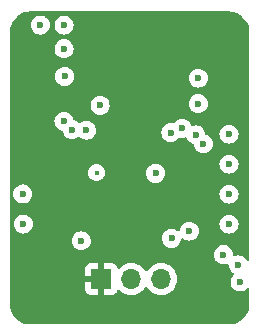
<source format=gbr>
%TF.GenerationSoftware,KiCad,Pcbnew,8.0.4*%
%TF.CreationDate,2025-01-29T23:36:48-05:00*%
%TF.ProjectId,Raidillon,52616964-696c-46c6-9f6e-2e6b69636164,rev?*%
%TF.SameCoordinates,Original*%
%TF.FileFunction,Copper,L3,Inr*%
%TF.FilePolarity,Positive*%
%FSLAX46Y46*%
G04 Gerber Fmt 4.6, Leading zero omitted, Abs format (unit mm)*
G04 Created by KiCad (PCBNEW 8.0.4) date 2025-01-29 23:36:48*
%MOMM*%
%LPD*%
G01*
G04 APERTURE LIST*
%TA.AperFunction,ComponentPad*%
%ADD10R,1.700000X1.700000*%
%TD*%
%TA.AperFunction,ComponentPad*%
%ADD11O,1.700000X1.700000*%
%TD*%
%TA.AperFunction,ViaPad*%
%ADD12C,0.600000*%
%TD*%
%TA.AperFunction,ViaPad*%
%ADD13C,0.450000*%
%TD*%
G04 APERTURE END LIST*
D10*
%TO.N,GND*%
%TO.C,J2*%
X108000000Y-122900000D03*
D11*
%TO.N,+BATT_FUSED*%
X110540000Y-122900000D03*
%TO.N,/MCU/PWM*%
X113080000Y-122900000D03*
%TD*%
D12*
%TO.N,+BATT*%
X104842976Y-109546000D03*
X105550000Y-110250000D03*
X106750000Y-110300000D03*
%TO.N,+3.3V*%
X116212500Y-105900000D03*
X102850000Y-101400000D03*
X116212500Y-108060000D03*
%TO.N,GND*%
X119650000Y-101150000D03*
X107050000Y-103200000D03*
X107800000Y-117350000D03*
X101400000Y-125800000D03*
X110650000Y-115950000D03*
X113600000Y-103050000D03*
X107850000Y-116200000D03*
X101100000Y-121900000D03*
X115250000Y-124000000D03*
X106000000Y-116200000D03*
X106010000Y-108353000D03*
X117050000Y-120800000D03*
X115500000Y-120500000D03*
X106750000Y-126200000D03*
X110800000Y-105450000D03*
X106000000Y-117350000D03*
X111100000Y-111750000D03*
X113700000Y-126250000D03*
X107300000Y-101600000D03*
X110450000Y-103250000D03*
X119700000Y-105600000D03*
X115750000Y-121950000D03*
X120000000Y-124250000D03*
X101250000Y-101300000D03*
X106900000Y-116200000D03*
X116200000Y-101700000D03*
X114950000Y-113800000D03*
X110350000Y-126200000D03*
X112675000Y-108200000D03*
X114950000Y-117600000D03*
X120000000Y-120100000D03*
X106600000Y-108650000D03*
X106900000Y-117350000D03*
X112800000Y-105600000D03*
X112300000Y-117450000D03*
X105950000Y-111450000D03*
%TO.N,/MCU/PWM*%
X118815000Y-118260000D03*
%TO.N,/VMON*%
X112600000Y-113950000D03*
D13*
X107600000Y-113900000D03*
D12*
%TO.N,/IMON*%
X106315000Y-119675000D03*
%TO.N,/MCU/INT1_ACCEL*%
X114850000Y-110150000D03*
X101400000Y-118250000D03*
%TO.N,/MCU/CS_ACCEL*%
X116650000Y-111450000D03*
X104900000Y-105750000D03*
%TO.N,/MCU/INT_BARO*%
X119750000Y-123150000D03*
X115450000Y-118850000D03*
%TO.N,/MCU/INT2_ACCEL*%
X113900000Y-110500000D03*
X101350000Y-115700000D03*
%TO.N,/MCU/CS_BARO*%
X113950000Y-119450000D03*
X107900000Y-108200000D03*
X119600000Y-121700000D03*
X104850000Y-103400000D03*
%TO.N,/MCU/MOSI*%
X118815000Y-110640000D03*
%TO.N,/MCU/MISO*%
X118815000Y-113180000D03*
X118350000Y-120850000D03*
%TO.N,/MCU/CLK*%
X118815000Y-115720000D03*
X116000000Y-110700000D03*
%TO.N,/MCU/CHIP_EN*%
X104850000Y-101400000D03*
%TD*%
%TA.AperFunction,Conductor*%
%TO.N,GND*%
G36*
X118804418Y-100250816D02*
G01*
X119040140Y-100267674D01*
X119057641Y-100270191D01*
X119284229Y-100319482D01*
X119301188Y-100324461D01*
X119438672Y-100375740D01*
X119518462Y-100405501D01*
X119534555Y-100412851D01*
X119738068Y-100523977D01*
X119752951Y-100533542D01*
X119938579Y-100672501D01*
X119951950Y-100684087D01*
X120115912Y-100848049D01*
X120127498Y-100861420D01*
X120266457Y-101047048D01*
X120276022Y-101061931D01*
X120387148Y-101265444D01*
X120394498Y-101281537D01*
X120475535Y-101498803D01*
X120480519Y-101515779D01*
X120529807Y-101742352D01*
X120532325Y-101759864D01*
X120549184Y-101995581D01*
X120549500Y-102004427D01*
X120549500Y-121276097D01*
X120529815Y-121343136D01*
X120477011Y-121388891D01*
X120407853Y-121398835D01*
X120344297Y-121369810D01*
X120320507Y-121342070D01*
X120229817Y-121197739D01*
X120102262Y-121070184D01*
X119949523Y-120974211D01*
X119779254Y-120914631D01*
X119779249Y-120914630D01*
X119600004Y-120894435D01*
X119599996Y-120894435D01*
X119420750Y-120914630D01*
X119420742Y-120914632D01*
X119319394Y-120950095D01*
X119249615Y-120953656D01*
X119188988Y-120918927D01*
X119156761Y-120856933D01*
X119155220Y-120846936D01*
X119135369Y-120670750D01*
X119135368Y-120670745D01*
X119075788Y-120500476D01*
X119013150Y-120400789D01*
X118979816Y-120347738D01*
X118852262Y-120220184D01*
X118699523Y-120124211D01*
X118529254Y-120064631D01*
X118529249Y-120064630D01*
X118350004Y-120044435D01*
X118349996Y-120044435D01*
X118170750Y-120064630D01*
X118170745Y-120064631D01*
X118000476Y-120124211D01*
X117847737Y-120220184D01*
X117720184Y-120347737D01*
X117624211Y-120500476D01*
X117564631Y-120670745D01*
X117564630Y-120670750D01*
X117544435Y-120849996D01*
X117544435Y-120850003D01*
X117564630Y-121029249D01*
X117564631Y-121029254D01*
X117624211Y-121199523D01*
X117672326Y-121276097D01*
X117720184Y-121352262D01*
X117847738Y-121479816D01*
X117877615Y-121498589D01*
X117983208Y-121564938D01*
X118000478Y-121575789D01*
X118144250Y-121626097D01*
X118170745Y-121635368D01*
X118170750Y-121635369D01*
X118349996Y-121655565D01*
X118350000Y-121655565D01*
X118350004Y-121655565D01*
X118529249Y-121635369D01*
X118529251Y-121635368D01*
X118529255Y-121635368D01*
X118529258Y-121635366D01*
X118529262Y-121635366D01*
X118630604Y-121599905D01*
X118700383Y-121596343D01*
X118761010Y-121631071D01*
X118793238Y-121693065D01*
X118794779Y-121703062D01*
X118814630Y-121879250D01*
X118814631Y-121879254D01*
X118874211Y-122049523D01*
X118879494Y-122057930D01*
X118970184Y-122202262D01*
X119097738Y-122329816D01*
X119175107Y-122378430D01*
X119221398Y-122430765D01*
X119232046Y-122499818D01*
X119203671Y-122563667D01*
X119196817Y-122571105D01*
X119120183Y-122647739D01*
X119024211Y-122800476D01*
X118964631Y-122970745D01*
X118964630Y-122970750D01*
X118944435Y-123149996D01*
X118944435Y-123150000D01*
X118964630Y-123329249D01*
X118964631Y-123329254D01*
X119024211Y-123499523D01*
X119120184Y-123652262D01*
X119247738Y-123779816D01*
X119287174Y-123804595D01*
X119371178Y-123857379D01*
X119400478Y-123875789D01*
X119570745Y-123935368D01*
X119570750Y-123935369D01*
X119749996Y-123955565D01*
X119750000Y-123955565D01*
X119750004Y-123955565D01*
X119929249Y-123935369D01*
X119929252Y-123935368D01*
X119929255Y-123935368D01*
X120099522Y-123875789D01*
X120252262Y-123779816D01*
X120337819Y-123694259D01*
X120399142Y-123660774D01*
X120468834Y-123665758D01*
X120524767Y-123707630D01*
X120549184Y-123773094D01*
X120549500Y-123781940D01*
X120549500Y-124995572D01*
X120549184Y-125004418D01*
X120532325Y-125240135D01*
X120529807Y-125257647D01*
X120480519Y-125484220D01*
X120475535Y-125501196D01*
X120394498Y-125718462D01*
X120387148Y-125734555D01*
X120276022Y-125938068D01*
X120266457Y-125952951D01*
X120127498Y-126138579D01*
X120115912Y-126151950D01*
X119951950Y-126315912D01*
X119938579Y-126327498D01*
X119752951Y-126466457D01*
X119738068Y-126476022D01*
X119534555Y-126587148D01*
X119518462Y-126594498D01*
X119301196Y-126675535D01*
X119284220Y-126680519D01*
X119057647Y-126729807D01*
X119040135Y-126732325D01*
X118804418Y-126749184D01*
X118795572Y-126749500D01*
X102004428Y-126749500D01*
X101995582Y-126749184D01*
X101759864Y-126732325D01*
X101742352Y-126729807D01*
X101515779Y-126680519D01*
X101498803Y-126675535D01*
X101281537Y-126594498D01*
X101265444Y-126587148D01*
X101061931Y-126476022D01*
X101047048Y-126466457D01*
X100861420Y-126327498D01*
X100848049Y-126315912D01*
X100684087Y-126151950D01*
X100672501Y-126138579D01*
X100533542Y-125952951D01*
X100523977Y-125938068D01*
X100412851Y-125734555D01*
X100405501Y-125718462D01*
X100375740Y-125638672D01*
X100324461Y-125501188D01*
X100319482Y-125484229D01*
X100270191Y-125257641D01*
X100267674Y-125240135D01*
X100250816Y-125004418D01*
X100250500Y-124995572D01*
X100250500Y-122002155D01*
X106650000Y-122002155D01*
X106650000Y-122650000D01*
X107566988Y-122650000D01*
X107534075Y-122707007D01*
X107500000Y-122834174D01*
X107500000Y-122965826D01*
X107534075Y-123092993D01*
X107566988Y-123150000D01*
X106650000Y-123150000D01*
X106650000Y-123797844D01*
X106656401Y-123857372D01*
X106656403Y-123857379D01*
X106706645Y-123992086D01*
X106706649Y-123992093D01*
X106792809Y-124107187D01*
X106792812Y-124107190D01*
X106907906Y-124193350D01*
X106907913Y-124193354D01*
X107042620Y-124243596D01*
X107042627Y-124243598D01*
X107102155Y-124249999D01*
X107102172Y-124250000D01*
X107750000Y-124250000D01*
X107750000Y-123333012D01*
X107807007Y-123365925D01*
X107934174Y-123400000D01*
X108065826Y-123400000D01*
X108192993Y-123365925D01*
X108250000Y-123333012D01*
X108250000Y-124250000D01*
X108897828Y-124250000D01*
X108897844Y-124249999D01*
X108957372Y-124243598D01*
X108957379Y-124243596D01*
X109092086Y-124193354D01*
X109092093Y-124193350D01*
X109207187Y-124107190D01*
X109207190Y-124107187D01*
X109293350Y-123992093D01*
X109293354Y-123992086D01*
X109342422Y-123860529D01*
X109384293Y-123804595D01*
X109449757Y-123780178D01*
X109518030Y-123795030D01*
X109546285Y-123816181D01*
X109668599Y-123938495D01*
X109745135Y-123992086D01*
X109862165Y-124074032D01*
X109862167Y-124074033D01*
X109862170Y-124074035D01*
X110076337Y-124173903D01*
X110304592Y-124235063D01*
X110475319Y-124250000D01*
X110539999Y-124255659D01*
X110540000Y-124255659D01*
X110540001Y-124255659D01*
X110604681Y-124250000D01*
X110775408Y-124235063D01*
X111003663Y-124173903D01*
X111217830Y-124074035D01*
X111411401Y-123938495D01*
X111578495Y-123771401D01*
X111708425Y-123585842D01*
X111763002Y-123542217D01*
X111832500Y-123535023D01*
X111894855Y-123566546D01*
X111911575Y-123585842D01*
X112041500Y-123771395D01*
X112041505Y-123771401D01*
X112208599Y-123938495D01*
X112285135Y-123992086D01*
X112402165Y-124074032D01*
X112402167Y-124074033D01*
X112402170Y-124074035D01*
X112616337Y-124173903D01*
X112844592Y-124235063D01*
X113015319Y-124250000D01*
X113079999Y-124255659D01*
X113080000Y-124255659D01*
X113080001Y-124255659D01*
X113144681Y-124250000D01*
X113315408Y-124235063D01*
X113543663Y-124173903D01*
X113757830Y-124074035D01*
X113951401Y-123938495D01*
X114118495Y-123771401D01*
X114254035Y-123577830D01*
X114353903Y-123363663D01*
X114415063Y-123135408D01*
X114435659Y-122900000D01*
X114415063Y-122664592D01*
X114353903Y-122436337D01*
X114254035Y-122222171D01*
X114248425Y-122214158D01*
X114118494Y-122028597D01*
X113951402Y-121861506D01*
X113951395Y-121861501D01*
X113757834Y-121725967D01*
X113757830Y-121725965D01*
X113686727Y-121692809D01*
X113543663Y-121626097D01*
X113543659Y-121626096D01*
X113543655Y-121626094D01*
X113315413Y-121564938D01*
X113315403Y-121564936D01*
X113080001Y-121544341D01*
X113079999Y-121544341D01*
X112844596Y-121564936D01*
X112844586Y-121564938D01*
X112616344Y-121626094D01*
X112616335Y-121626098D01*
X112402171Y-121725964D01*
X112402169Y-121725965D01*
X112208597Y-121861505D01*
X112041505Y-122028597D01*
X111911575Y-122214158D01*
X111856998Y-122257783D01*
X111787500Y-122264977D01*
X111725145Y-122233454D01*
X111708425Y-122214158D01*
X111578494Y-122028597D01*
X111411402Y-121861506D01*
X111411395Y-121861501D01*
X111217834Y-121725967D01*
X111217830Y-121725965D01*
X111146727Y-121692809D01*
X111003663Y-121626097D01*
X111003659Y-121626096D01*
X111003655Y-121626094D01*
X110775413Y-121564938D01*
X110775403Y-121564936D01*
X110540001Y-121544341D01*
X110539999Y-121544341D01*
X110304596Y-121564936D01*
X110304586Y-121564938D01*
X110076344Y-121626094D01*
X110076335Y-121626098D01*
X109862171Y-121725964D01*
X109862169Y-121725965D01*
X109668600Y-121861503D01*
X109546284Y-121983819D01*
X109484961Y-122017303D01*
X109415269Y-122012319D01*
X109359336Y-121970447D01*
X109342421Y-121939470D01*
X109293354Y-121807913D01*
X109293350Y-121807906D01*
X109207190Y-121692812D01*
X109207187Y-121692809D01*
X109092093Y-121606649D01*
X109092086Y-121606645D01*
X108957379Y-121556403D01*
X108957372Y-121556401D01*
X108897844Y-121550000D01*
X108250000Y-121550000D01*
X108250000Y-122466988D01*
X108192993Y-122434075D01*
X108065826Y-122400000D01*
X107934174Y-122400000D01*
X107807007Y-122434075D01*
X107750000Y-122466988D01*
X107750000Y-121550000D01*
X107102155Y-121550000D01*
X107042627Y-121556401D01*
X107042620Y-121556403D01*
X106907913Y-121606645D01*
X106907906Y-121606649D01*
X106792812Y-121692809D01*
X106792809Y-121692812D01*
X106706649Y-121807906D01*
X106706645Y-121807913D01*
X106656403Y-121942620D01*
X106656401Y-121942627D01*
X106650000Y-122002155D01*
X100250500Y-122002155D01*
X100250500Y-119674996D01*
X105509435Y-119674996D01*
X105509435Y-119675003D01*
X105529630Y-119854249D01*
X105529631Y-119854254D01*
X105589211Y-120024523D01*
X105651850Y-120124211D01*
X105685184Y-120177262D01*
X105812738Y-120304816D01*
X105965478Y-120400789D01*
X106135745Y-120460368D01*
X106135750Y-120460369D01*
X106314996Y-120480565D01*
X106315000Y-120480565D01*
X106315004Y-120480565D01*
X106494249Y-120460369D01*
X106494252Y-120460368D01*
X106494255Y-120460368D01*
X106664522Y-120400789D01*
X106817262Y-120304816D01*
X106944816Y-120177262D01*
X107040789Y-120024522D01*
X107100368Y-119854255D01*
X107120565Y-119675000D01*
X107118375Y-119655565D01*
X107100369Y-119495750D01*
X107100368Y-119495745D01*
X107086363Y-119455721D01*
X107084360Y-119449996D01*
X113144435Y-119449996D01*
X113144435Y-119450003D01*
X113164630Y-119629249D01*
X113164631Y-119629254D01*
X113224211Y-119799523D01*
X113258598Y-119854249D01*
X113320184Y-119952262D01*
X113447738Y-120079816D01*
X113600478Y-120175789D01*
X113604688Y-120177262D01*
X113770745Y-120235368D01*
X113770750Y-120235369D01*
X113949996Y-120255565D01*
X113950000Y-120255565D01*
X113950004Y-120255565D01*
X114129249Y-120235369D01*
X114129252Y-120235368D01*
X114129255Y-120235368D01*
X114299522Y-120175789D01*
X114452262Y-120079816D01*
X114579816Y-119952262D01*
X114675789Y-119799522D01*
X114735368Y-119629255D01*
X114743206Y-119559691D01*
X114770272Y-119495276D01*
X114827866Y-119455721D01*
X114897703Y-119453582D01*
X114943743Y-119476629D01*
X114947731Y-119479809D01*
X114947738Y-119479816D01*
X115100478Y-119575789D01*
X115253258Y-119629249D01*
X115270745Y-119635368D01*
X115270750Y-119635369D01*
X115449996Y-119655565D01*
X115450000Y-119655565D01*
X115450004Y-119655565D01*
X115629249Y-119635369D01*
X115629252Y-119635368D01*
X115629255Y-119635368D01*
X115799522Y-119575789D01*
X115952262Y-119479816D01*
X116079816Y-119352262D01*
X116175789Y-119199522D01*
X116235368Y-119029255D01*
X116235369Y-119029249D01*
X116255565Y-118850003D01*
X116255565Y-118849996D01*
X116235369Y-118670750D01*
X116235368Y-118670745D01*
X116175788Y-118500476D01*
X116079815Y-118347737D01*
X115992074Y-118259996D01*
X118009435Y-118259996D01*
X118009435Y-118260003D01*
X118029630Y-118439249D01*
X118029631Y-118439254D01*
X118089211Y-118609523D01*
X118127683Y-118670750D01*
X118185184Y-118762262D01*
X118312738Y-118889816D01*
X118403080Y-118946582D01*
X118449561Y-118975788D01*
X118465478Y-118985789D01*
X118635219Y-119045184D01*
X118635745Y-119045368D01*
X118635750Y-119045369D01*
X118814996Y-119065565D01*
X118815000Y-119065565D01*
X118815004Y-119065565D01*
X118994249Y-119045369D01*
X118994252Y-119045368D01*
X118994255Y-119045368D01*
X119164522Y-118985789D01*
X119317262Y-118889816D01*
X119444816Y-118762262D01*
X119540789Y-118609522D01*
X119600368Y-118439255D01*
X119601495Y-118429254D01*
X119620565Y-118260003D01*
X119620565Y-118259996D01*
X119600369Y-118080750D01*
X119600368Y-118080745D01*
X119540788Y-117910476D01*
X119444815Y-117757737D01*
X119317262Y-117630184D01*
X119164523Y-117534211D01*
X118994254Y-117474631D01*
X118994249Y-117474630D01*
X118815004Y-117454435D01*
X118814996Y-117454435D01*
X118635750Y-117474630D01*
X118635745Y-117474631D01*
X118465476Y-117534211D01*
X118312737Y-117630184D01*
X118185184Y-117757737D01*
X118089211Y-117910476D01*
X118029631Y-118080745D01*
X118029630Y-118080750D01*
X118009435Y-118259996D01*
X115992074Y-118259996D01*
X115952262Y-118220184D01*
X115799523Y-118124211D01*
X115629254Y-118064631D01*
X115629249Y-118064630D01*
X115450004Y-118044435D01*
X115449996Y-118044435D01*
X115270750Y-118064630D01*
X115270745Y-118064631D01*
X115100476Y-118124211D01*
X114947737Y-118220184D01*
X114820184Y-118347737D01*
X114724211Y-118500476D01*
X114664631Y-118670745D01*
X114664630Y-118670749D01*
X114656793Y-118740310D01*
X114629726Y-118804724D01*
X114572131Y-118844279D01*
X114502294Y-118846416D01*
X114456257Y-118823371D01*
X114452258Y-118820181D01*
X114299523Y-118724211D01*
X114129254Y-118664631D01*
X114129249Y-118664630D01*
X113950004Y-118644435D01*
X113949996Y-118644435D01*
X113770750Y-118664630D01*
X113770745Y-118664631D01*
X113600476Y-118724211D01*
X113447737Y-118820184D01*
X113320184Y-118947737D01*
X113224211Y-119100476D01*
X113164631Y-119270745D01*
X113164630Y-119270750D01*
X113144435Y-119449996D01*
X107084360Y-119449996D01*
X107040789Y-119325478D01*
X106944816Y-119172738D01*
X106817262Y-119045184D01*
X106791902Y-119029249D01*
X106664523Y-118949211D01*
X106494254Y-118889631D01*
X106494249Y-118889630D01*
X106315004Y-118869435D01*
X106314996Y-118869435D01*
X106135750Y-118889630D01*
X106135745Y-118889631D01*
X105965476Y-118949211D01*
X105812737Y-119045184D01*
X105685184Y-119172737D01*
X105589211Y-119325476D01*
X105529631Y-119495745D01*
X105529630Y-119495750D01*
X105509435Y-119674996D01*
X100250500Y-119674996D01*
X100250500Y-118249996D01*
X100594435Y-118249996D01*
X100594435Y-118250003D01*
X100614630Y-118429249D01*
X100614631Y-118429254D01*
X100674211Y-118599523D01*
X100752558Y-118724211D01*
X100770184Y-118752262D01*
X100897738Y-118879816D01*
X100913653Y-118889816D01*
X101005833Y-118947737D01*
X101050478Y-118975789D01*
X101203258Y-119029249D01*
X101220745Y-119035368D01*
X101220750Y-119035369D01*
X101399996Y-119055565D01*
X101400000Y-119055565D01*
X101400004Y-119055565D01*
X101579249Y-119035369D01*
X101579252Y-119035368D01*
X101579255Y-119035368D01*
X101749522Y-118975789D01*
X101902262Y-118879816D01*
X102029816Y-118752262D01*
X102125789Y-118599522D01*
X102185368Y-118429255D01*
X102204438Y-118260003D01*
X102205565Y-118250003D01*
X102205565Y-118249996D01*
X102185369Y-118070750D01*
X102185368Y-118070745D01*
X102125788Y-117900476D01*
X102036099Y-117757738D01*
X102029816Y-117747738D01*
X101902262Y-117620184D01*
X101749523Y-117524211D01*
X101579254Y-117464631D01*
X101579249Y-117464630D01*
X101400004Y-117444435D01*
X101399996Y-117444435D01*
X101220750Y-117464630D01*
X101220745Y-117464631D01*
X101050476Y-117524211D01*
X100897737Y-117620184D01*
X100770184Y-117747737D01*
X100674211Y-117900476D01*
X100614631Y-118070745D01*
X100614630Y-118070750D01*
X100594435Y-118249996D01*
X100250500Y-118249996D01*
X100250500Y-115699996D01*
X100544435Y-115699996D01*
X100544435Y-115700003D01*
X100564630Y-115879249D01*
X100564631Y-115879254D01*
X100624211Y-116049523D01*
X100636778Y-116069523D01*
X100720184Y-116202262D01*
X100847738Y-116329816D01*
X101000478Y-116425789D01*
X101057632Y-116445788D01*
X101170745Y-116485368D01*
X101170750Y-116485369D01*
X101349996Y-116505565D01*
X101350000Y-116505565D01*
X101350004Y-116505565D01*
X101529249Y-116485369D01*
X101529252Y-116485368D01*
X101529255Y-116485368D01*
X101699522Y-116425789D01*
X101852262Y-116329816D01*
X101979816Y-116202262D01*
X102075789Y-116049522D01*
X102135368Y-115879255D01*
X102135369Y-115879249D01*
X102153312Y-115719996D01*
X118009435Y-115719996D01*
X118009435Y-115720003D01*
X118029630Y-115899249D01*
X118029631Y-115899254D01*
X118089211Y-116069523D01*
X118172617Y-116202262D01*
X118185184Y-116222262D01*
X118312738Y-116349816D01*
X118403080Y-116406582D01*
X118433646Y-116425788D01*
X118465478Y-116445789D01*
X118578591Y-116485369D01*
X118635745Y-116505368D01*
X118635750Y-116505369D01*
X118814996Y-116525565D01*
X118815000Y-116525565D01*
X118815004Y-116525565D01*
X118994249Y-116505369D01*
X118994252Y-116505368D01*
X118994255Y-116505368D01*
X119164522Y-116445789D01*
X119317262Y-116349816D01*
X119444816Y-116222262D01*
X119540789Y-116069522D01*
X119600368Y-115899255D01*
X119600369Y-115899249D01*
X119620565Y-115720003D01*
X119620565Y-115719996D01*
X119600369Y-115540750D01*
X119600368Y-115540745D01*
X119540788Y-115370476D01*
X119444815Y-115217737D01*
X119317262Y-115090184D01*
X119164523Y-114994211D01*
X118994254Y-114934631D01*
X118994249Y-114934630D01*
X118815004Y-114914435D01*
X118814996Y-114914435D01*
X118635750Y-114934630D01*
X118635745Y-114934631D01*
X118465476Y-114994211D01*
X118312737Y-115090184D01*
X118185184Y-115217737D01*
X118089211Y-115370476D01*
X118029631Y-115540745D01*
X118029630Y-115540750D01*
X118009435Y-115719996D01*
X102153312Y-115719996D01*
X102155565Y-115700003D01*
X102155565Y-115699996D01*
X102135369Y-115520750D01*
X102135368Y-115520745D01*
X102082787Y-115370478D01*
X102075789Y-115350478D01*
X101979816Y-115197738D01*
X101852262Y-115070184D01*
X101699523Y-114974211D01*
X101529254Y-114914631D01*
X101529249Y-114914630D01*
X101350004Y-114894435D01*
X101349996Y-114894435D01*
X101170750Y-114914630D01*
X101170745Y-114914631D01*
X101000476Y-114974211D01*
X100847737Y-115070184D01*
X100720184Y-115197737D01*
X100624211Y-115350476D01*
X100564631Y-115520745D01*
X100564630Y-115520750D01*
X100544435Y-115699996D01*
X100250500Y-115699996D01*
X100250500Y-113899996D01*
X106869909Y-113899996D01*
X106869909Y-113900003D01*
X106888212Y-114062455D01*
X106942210Y-114216774D01*
X106994205Y-114299523D01*
X107029192Y-114355204D01*
X107144796Y-114470808D01*
X107283225Y-114557789D01*
X107437539Y-114611786D01*
X107437542Y-114611786D01*
X107437544Y-114611787D01*
X107599996Y-114630091D01*
X107600000Y-114630091D01*
X107600004Y-114630091D01*
X107762455Y-114611787D01*
X107762456Y-114611786D01*
X107762461Y-114611786D01*
X107916775Y-114557789D01*
X108055204Y-114470808D01*
X108170808Y-114355204D01*
X108257789Y-114216775D01*
X108311786Y-114062461D01*
X108324457Y-113950003D01*
X108324458Y-113949996D01*
X111794435Y-113949996D01*
X111794435Y-113950003D01*
X111814630Y-114129249D01*
X111814631Y-114129254D01*
X111874211Y-114299523D01*
X111909198Y-114355204D01*
X111970184Y-114452262D01*
X112097738Y-114579816D01*
X112250478Y-114675789D01*
X112420745Y-114735368D01*
X112420750Y-114735369D01*
X112599996Y-114755565D01*
X112600000Y-114755565D01*
X112600004Y-114755565D01*
X112779249Y-114735369D01*
X112779252Y-114735368D01*
X112779255Y-114735368D01*
X112949522Y-114675789D01*
X113102262Y-114579816D01*
X113229816Y-114452262D01*
X113325789Y-114299522D01*
X113385368Y-114129255D01*
X113392894Y-114062461D01*
X113405565Y-113950003D01*
X113405565Y-113949996D01*
X113385369Y-113770750D01*
X113385368Y-113770745D01*
X113325788Y-113600476D01*
X113229815Y-113447737D01*
X113102262Y-113320184D01*
X112949523Y-113224211D01*
X112823164Y-113179996D01*
X118009435Y-113179996D01*
X118009435Y-113180003D01*
X118029630Y-113359249D01*
X118029631Y-113359254D01*
X118089211Y-113529523D01*
X118185184Y-113682262D01*
X118312738Y-113809816D01*
X118403080Y-113866582D01*
X118456269Y-113900003D01*
X118465478Y-113905789D01*
X118635745Y-113965368D01*
X118635750Y-113965369D01*
X118814996Y-113985565D01*
X118815000Y-113985565D01*
X118815004Y-113985565D01*
X118994249Y-113965369D01*
X118994252Y-113965368D01*
X118994255Y-113965368D01*
X119164522Y-113905789D01*
X119317262Y-113809816D01*
X119444816Y-113682262D01*
X119540789Y-113529522D01*
X119600368Y-113359255D01*
X119600369Y-113359249D01*
X119620565Y-113180003D01*
X119620565Y-113179996D01*
X119600369Y-113000750D01*
X119600368Y-113000745D01*
X119540788Y-112830476D01*
X119444815Y-112677737D01*
X119317262Y-112550184D01*
X119164523Y-112454211D01*
X118994254Y-112394631D01*
X118994249Y-112394630D01*
X118815004Y-112374435D01*
X118814996Y-112374435D01*
X118635750Y-112394630D01*
X118635745Y-112394631D01*
X118465476Y-112454211D01*
X118312737Y-112550184D01*
X118185184Y-112677737D01*
X118089211Y-112830476D01*
X118029631Y-113000745D01*
X118029630Y-113000750D01*
X118009435Y-113179996D01*
X112823164Y-113179996D01*
X112779254Y-113164631D01*
X112779249Y-113164630D01*
X112600004Y-113144435D01*
X112599996Y-113144435D01*
X112420750Y-113164630D01*
X112420745Y-113164631D01*
X112250476Y-113224211D01*
X112097737Y-113320184D01*
X111970184Y-113447737D01*
X111874211Y-113600476D01*
X111814631Y-113770745D01*
X111814630Y-113770750D01*
X111794435Y-113949996D01*
X108324458Y-113949996D01*
X108330091Y-113900003D01*
X108330091Y-113899996D01*
X108311787Y-113737544D01*
X108311786Y-113737542D01*
X108311786Y-113737539D01*
X108257789Y-113583225D01*
X108170808Y-113444796D01*
X108055204Y-113329192D01*
X108040868Y-113320184D01*
X107916774Y-113242210D01*
X107762455Y-113188212D01*
X107600004Y-113169909D01*
X107599996Y-113169909D01*
X107437544Y-113188212D01*
X107283225Y-113242210D01*
X107144795Y-113329192D01*
X107029192Y-113444795D01*
X106942210Y-113583225D01*
X106888212Y-113737544D01*
X106869909Y-113899996D01*
X100250500Y-113899996D01*
X100250500Y-109545996D01*
X104037411Y-109545996D01*
X104037411Y-109546003D01*
X104057606Y-109725249D01*
X104057607Y-109725254D01*
X104117187Y-109895523D01*
X104189234Y-110010184D01*
X104213160Y-110048262D01*
X104340714Y-110175816D01*
X104493454Y-110271789D01*
X104663721Y-110331368D01*
X104670508Y-110332917D01*
X104669771Y-110336143D01*
X104720718Y-110357160D01*
X104760648Y-110414495D01*
X104763938Y-110426218D01*
X104764629Y-110429245D01*
X104764631Y-110429252D01*
X104764632Y-110429255D01*
X104782128Y-110479255D01*
X104824210Y-110599521D01*
X104874957Y-110680284D01*
X104920184Y-110752262D01*
X105047738Y-110879816D01*
X105132671Y-110933183D01*
X105155833Y-110947737D01*
X105200478Y-110975789D01*
X105343367Y-111025788D01*
X105370745Y-111035368D01*
X105370750Y-111035369D01*
X105549996Y-111055565D01*
X105550000Y-111055565D01*
X105550004Y-111055565D01*
X105729249Y-111035369D01*
X105729252Y-111035368D01*
X105729255Y-111035368D01*
X105899522Y-110975789D01*
X106052262Y-110879816D01*
X106052263Y-110879814D01*
X106057871Y-110876291D01*
X106125108Y-110857290D01*
X106191943Y-110877657D01*
X106211525Y-110893603D01*
X106247738Y-110929816D01*
X106320902Y-110975788D01*
X106363036Y-111002263D01*
X106400478Y-111025789D01*
X106485573Y-111055565D01*
X106570745Y-111085368D01*
X106570750Y-111085369D01*
X106749996Y-111105565D01*
X106750000Y-111105565D01*
X106750004Y-111105565D01*
X106929249Y-111085369D01*
X106929252Y-111085368D01*
X106929255Y-111085368D01*
X107099522Y-111025789D01*
X107252262Y-110929816D01*
X107379816Y-110802262D01*
X107475789Y-110649522D01*
X107528110Y-110499996D01*
X113094435Y-110499996D01*
X113094435Y-110500003D01*
X113114630Y-110679249D01*
X113114631Y-110679254D01*
X113174211Y-110849523D01*
X113262560Y-110990128D01*
X113270184Y-111002262D01*
X113397738Y-111129816D01*
X113550478Y-111225789D01*
X113676297Y-111269815D01*
X113720745Y-111285368D01*
X113720750Y-111285369D01*
X113899996Y-111305565D01*
X113900000Y-111305565D01*
X113900004Y-111305565D01*
X114079249Y-111285369D01*
X114079252Y-111285368D01*
X114079255Y-111285368D01*
X114249522Y-111225789D01*
X114402262Y-111129816D01*
X114529816Y-111002262D01*
X114537441Y-110990125D01*
X114589772Y-110943834D01*
X114658825Y-110933183D01*
X114670044Y-110935208D01*
X114670743Y-110935367D01*
X114670745Y-110935368D01*
X114670746Y-110935368D01*
X114670750Y-110935369D01*
X114849996Y-110955565D01*
X114850000Y-110955565D01*
X114850004Y-110955565D01*
X115029249Y-110935369D01*
X115029251Y-110935368D01*
X115029255Y-110935368D01*
X115029258Y-110935366D01*
X115029262Y-110935366D01*
X115094861Y-110912412D01*
X115164640Y-110908849D01*
X115225267Y-110943578D01*
X115252858Y-110988499D01*
X115274210Y-111049521D01*
X115306229Y-111100478D01*
X115370184Y-111202262D01*
X115497738Y-111329816D01*
X115650478Y-111425789D01*
X115776012Y-111469715D01*
X115832788Y-111510437D01*
X115858278Y-111572872D01*
X115864630Y-111629249D01*
X115924210Y-111799521D01*
X116020184Y-111952262D01*
X116147738Y-112079816D01*
X116300478Y-112175789D01*
X116470745Y-112235368D01*
X116470750Y-112235369D01*
X116649996Y-112255565D01*
X116650000Y-112255565D01*
X116650004Y-112255565D01*
X116829249Y-112235369D01*
X116829252Y-112235368D01*
X116829255Y-112235368D01*
X116999522Y-112175789D01*
X117152262Y-112079816D01*
X117279816Y-111952262D01*
X117375789Y-111799522D01*
X117435368Y-111629255D01*
X117441721Y-111572872D01*
X117455565Y-111450003D01*
X117455565Y-111449996D01*
X117435369Y-111270750D01*
X117435368Y-111270745D01*
X117375788Y-111100476D01*
X117306071Y-110989523D01*
X117279816Y-110947738D01*
X117152262Y-110820184D01*
X117044165Y-110752262D01*
X116999521Y-110724210D01*
X116873986Y-110680284D01*
X116817815Y-110639996D01*
X118009435Y-110639996D01*
X118009435Y-110640003D01*
X118029630Y-110819249D01*
X118029631Y-110819254D01*
X118089211Y-110989523D01*
X118158928Y-111100476D01*
X118185184Y-111142262D01*
X118312738Y-111269816D01*
X118465478Y-111365789D01*
X118635745Y-111425368D01*
X118635750Y-111425369D01*
X118814996Y-111445565D01*
X118815000Y-111445565D01*
X118815004Y-111445565D01*
X118994249Y-111425369D01*
X118994252Y-111425368D01*
X118994255Y-111425368D01*
X119164522Y-111365789D01*
X119317262Y-111269816D01*
X119444816Y-111142262D01*
X119540789Y-110989522D01*
X119600368Y-110819255D01*
X119602283Y-110802262D01*
X119620565Y-110640003D01*
X119620565Y-110639996D01*
X119600369Y-110460750D01*
X119600368Y-110460745D01*
X119555097Y-110331368D01*
X119540789Y-110290478D01*
X119444816Y-110137738D01*
X119317262Y-110010184D01*
X119273757Y-109982848D01*
X119164523Y-109914211D01*
X118994254Y-109854631D01*
X118994249Y-109854630D01*
X118815004Y-109834435D01*
X118814996Y-109834435D01*
X118635750Y-109854630D01*
X118635745Y-109854631D01*
X118465476Y-109914211D01*
X118312737Y-110010184D01*
X118185184Y-110137737D01*
X118089211Y-110290476D01*
X118029631Y-110460745D01*
X118029630Y-110460750D01*
X118009435Y-110639996D01*
X116817815Y-110639996D01*
X116817210Y-110639562D01*
X116791720Y-110577126D01*
X116785368Y-110520745D01*
X116725789Y-110350478D01*
X116720226Y-110341625D01*
X116629815Y-110197737D01*
X116502262Y-110070184D01*
X116349523Y-109974211D01*
X116179254Y-109914631D01*
X116179249Y-109914630D01*
X116000004Y-109894435D01*
X115999996Y-109894435D01*
X115820750Y-109914630D01*
X115820739Y-109914633D01*
X115755136Y-109937588D01*
X115685357Y-109941149D01*
X115624731Y-109906419D01*
X115597141Y-109861499D01*
X115575790Y-109800479D01*
X115508073Y-109692709D01*
X115479816Y-109647738D01*
X115352262Y-109520184D01*
X115343426Y-109514632D01*
X115199523Y-109424211D01*
X115029254Y-109364631D01*
X115029249Y-109364630D01*
X114850004Y-109344435D01*
X114849996Y-109344435D01*
X114670750Y-109364630D01*
X114670745Y-109364631D01*
X114500476Y-109424211D01*
X114347737Y-109520184D01*
X114220183Y-109647738D01*
X114212554Y-109659880D01*
X114160217Y-109706169D01*
X114091164Y-109716815D01*
X114079965Y-109714794D01*
X114079249Y-109714630D01*
X113900004Y-109694435D01*
X113899996Y-109694435D01*
X113720750Y-109714630D01*
X113720745Y-109714631D01*
X113550476Y-109774211D01*
X113397737Y-109870184D01*
X113270184Y-109997737D01*
X113174211Y-110150476D01*
X113114631Y-110320745D01*
X113114630Y-110320750D01*
X113094435Y-110499996D01*
X107528110Y-110499996D01*
X107535368Y-110479255D01*
X107551493Y-110336143D01*
X107555565Y-110300003D01*
X107555565Y-110299996D01*
X107535369Y-110120750D01*
X107535368Y-110120745D01*
X107492326Y-109997738D01*
X107475789Y-109950478D01*
X107453265Y-109914632D01*
X107381538Y-109800479D01*
X107379816Y-109797738D01*
X107252262Y-109670184D01*
X107230319Y-109656396D01*
X107099523Y-109574211D01*
X106929254Y-109514631D01*
X106929249Y-109514630D01*
X106750004Y-109494435D01*
X106749996Y-109494435D01*
X106570750Y-109514630D01*
X106570745Y-109514631D01*
X106400476Y-109574211D01*
X106242127Y-109673709D01*
X106174890Y-109692709D01*
X106108055Y-109672341D01*
X106088474Y-109656396D01*
X106052262Y-109620184D01*
X105899521Y-109524210D01*
X105729246Y-109464629D01*
X105722459Y-109463080D01*
X105723133Y-109460125D01*
X105670991Y-109437806D01*
X105631819Y-109379950D01*
X105629033Y-109369761D01*
X105628346Y-109366751D01*
X105568764Y-109196476D01*
X105472791Y-109043737D01*
X105345238Y-108916184D01*
X105192499Y-108820211D01*
X105022230Y-108760631D01*
X105022225Y-108760630D01*
X104842980Y-108740435D01*
X104842972Y-108740435D01*
X104663726Y-108760630D01*
X104663721Y-108760631D01*
X104493452Y-108820211D01*
X104340713Y-108916184D01*
X104213160Y-109043737D01*
X104117187Y-109196476D01*
X104057607Y-109366745D01*
X104057606Y-109366750D01*
X104037411Y-109545996D01*
X100250500Y-109545996D01*
X100250500Y-108199996D01*
X107094435Y-108199996D01*
X107094435Y-108200003D01*
X107114630Y-108379249D01*
X107114631Y-108379254D01*
X107174211Y-108549523D01*
X107182216Y-108562262D01*
X107270184Y-108702262D01*
X107397738Y-108829816D01*
X107454632Y-108865565D01*
X107535191Y-108916184D01*
X107550478Y-108925789D01*
X107720745Y-108985368D01*
X107720750Y-108985369D01*
X107899996Y-109005565D01*
X107900000Y-109005565D01*
X107900004Y-109005565D01*
X108079249Y-108985369D01*
X108079252Y-108985368D01*
X108079255Y-108985368D01*
X108249522Y-108925789D01*
X108402262Y-108829816D01*
X108529816Y-108702262D01*
X108625789Y-108549522D01*
X108685368Y-108379255D01*
X108701142Y-108239255D01*
X108705565Y-108200003D01*
X108705565Y-108199996D01*
X108689791Y-108059996D01*
X115406935Y-108059996D01*
X115406935Y-108060003D01*
X115427130Y-108239249D01*
X115427131Y-108239254D01*
X115486711Y-108409523D01*
X115582684Y-108562262D01*
X115710238Y-108689816D01*
X115862978Y-108785789D01*
X115988797Y-108829815D01*
X116033245Y-108845368D01*
X116033250Y-108845369D01*
X116212496Y-108865565D01*
X116212500Y-108865565D01*
X116212504Y-108865565D01*
X116391749Y-108845369D01*
X116391752Y-108845368D01*
X116391755Y-108845368D01*
X116562022Y-108785789D01*
X116714762Y-108689816D01*
X116842316Y-108562262D01*
X116938289Y-108409522D01*
X116997868Y-108239255D01*
X117002291Y-108200000D01*
X117018065Y-108060003D01*
X117018065Y-108059996D01*
X116997869Y-107880750D01*
X116997868Y-107880745D01*
X116938288Y-107710476D01*
X116842315Y-107557737D01*
X116714762Y-107430184D01*
X116562023Y-107334211D01*
X116391754Y-107274631D01*
X116391749Y-107274630D01*
X116212504Y-107254435D01*
X116212496Y-107254435D01*
X116033250Y-107274630D01*
X116033245Y-107274631D01*
X115862976Y-107334211D01*
X115710237Y-107430184D01*
X115582684Y-107557737D01*
X115486711Y-107710476D01*
X115427131Y-107880745D01*
X115427130Y-107880750D01*
X115406935Y-108059996D01*
X108689791Y-108059996D01*
X108685369Y-108020750D01*
X108685368Y-108020745D01*
X108625789Y-107850478D01*
X108529816Y-107697738D01*
X108402262Y-107570184D01*
X108382453Y-107557737D01*
X108249523Y-107474211D01*
X108079254Y-107414631D01*
X108079249Y-107414630D01*
X107900004Y-107394435D01*
X107899996Y-107394435D01*
X107720750Y-107414630D01*
X107720745Y-107414631D01*
X107550476Y-107474211D01*
X107397737Y-107570184D01*
X107270184Y-107697737D01*
X107174211Y-107850476D01*
X107114631Y-108020745D01*
X107114630Y-108020750D01*
X107094435Y-108199996D01*
X100250500Y-108199996D01*
X100250500Y-105749996D01*
X104094435Y-105749996D01*
X104094435Y-105750003D01*
X104114630Y-105929249D01*
X104114631Y-105929254D01*
X104174211Y-106099523D01*
X104268462Y-106249522D01*
X104270184Y-106252262D01*
X104397738Y-106379816D01*
X104550478Y-106475789D01*
X104704878Y-106529816D01*
X104720745Y-106535368D01*
X104720750Y-106535369D01*
X104899996Y-106555565D01*
X104900000Y-106555565D01*
X104900004Y-106555565D01*
X105079249Y-106535369D01*
X105079252Y-106535368D01*
X105079255Y-106535368D01*
X105249522Y-106475789D01*
X105402262Y-106379816D01*
X105529816Y-106252262D01*
X105625789Y-106099522D01*
X105685368Y-105929255D01*
X105688664Y-105900003D01*
X105688665Y-105899996D01*
X115406935Y-105899996D01*
X115406935Y-105900003D01*
X115427130Y-106079249D01*
X115427131Y-106079254D01*
X115486711Y-106249523D01*
X115568580Y-106379815D01*
X115582684Y-106402262D01*
X115710238Y-106529816D01*
X115862978Y-106625789D01*
X116033245Y-106685368D01*
X116033250Y-106685369D01*
X116212496Y-106705565D01*
X116212500Y-106705565D01*
X116212504Y-106705565D01*
X116391749Y-106685369D01*
X116391752Y-106685368D01*
X116391755Y-106685368D01*
X116562022Y-106625789D01*
X116714762Y-106529816D01*
X116842316Y-106402262D01*
X116938289Y-106249522D01*
X116997868Y-106079255D01*
X117014769Y-105929254D01*
X117018065Y-105900003D01*
X117018065Y-105899996D01*
X116997869Y-105720750D01*
X116997868Y-105720745D01*
X116945382Y-105570750D01*
X116938289Y-105550478D01*
X116842316Y-105397738D01*
X116714762Y-105270184D01*
X116562023Y-105174211D01*
X116391754Y-105114631D01*
X116391749Y-105114630D01*
X116212504Y-105094435D01*
X116212496Y-105094435D01*
X116033250Y-105114630D01*
X116033245Y-105114631D01*
X115862976Y-105174211D01*
X115710237Y-105270184D01*
X115582684Y-105397737D01*
X115486711Y-105550476D01*
X115427131Y-105720745D01*
X115427130Y-105720750D01*
X115406935Y-105899996D01*
X105688665Y-105899996D01*
X105705565Y-105750003D01*
X105705565Y-105749996D01*
X105685369Y-105570750D01*
X105685368Y-105570745D01*
X105625788Y-105400476D01*
X105586582Y-105338080D01*
X105529816Y-105247738D01*
X105402262Y-105120184D01*
X105393426Y-105114632D01*
X105249523Y-105024211D01*
X105079254Y-104964631D01*
X105079249Y-104964630D01*
X104900004Y-104944435D01*
X104899996Y-104944435D01*
X104720750Y-104964630D01*
X104720745Y-104964631D01*
X104550476Y-105024211D01*
X104397737Y-105120184D01*
X104270184Y-105247737D01*
X104174211Y-105400476D01*
X104114631Y-105570745D01*
X104114630Y-105570750D01*
X104094435Y-105749996D01*
X100250500Y-105749996D01*
X100250500Y-103399996D01*
X104044435Y-103399996D01*
X104044435Y-103400003D01*
X104064630Y-103579249D01*
X104064631Y-103579254D01*
X104124211Y-103749523D01*
X104220184Y-103902262D01*
X104347738Y-104029816D01*
X104500478Y-104125789D01*
X104670745Y-104185368D01*
X104670750Y-104185369D01*
X104849996Y-104205565D01*
X104850000Y-104205565D01*
X104850004Y-104205565D01*
X105029249Y-104185369D01*
X105029252Y-104185368D01*
X105029255Y-104185368D01*
X105199522Y-104125789D01*
X105352262Y-104029816D01*
X105479816Y-103902262D01*
X105575789Y-103749522D01*
X105635368Y-103579255D01*
X105655565Y-103400000D01*
X105635368Y-103220745D01*
X105575789Y-103050478D01*
X105479816Y-102897738D01*
X105352262Y-102770184D01*
X105199523Y-102674211D01*
X105029254Y-102614631D01*
X105029249Y-102614630D01*
X104850004Y-102594435D01*
X104849996Y-102594435D01*
X104670750Y-102614630D01*
X104670745Y-102614631D01*
X104500476Y-102674211D01*
X104347737Y-102770184D01*
X104220184Y-102897737D01*
X104124211Y-103050476D01*
X104064631Y-103220745D01*
X104064630Y-103220750D01*
X104044435Y-103399996D01*
X100250500Y-103399996D01*
X100250500Y-102004427D01*
X100250816Y-101995581D01*
X100267674Y-101759864D01*
X100270190Y-101742360D01*
X100319483Y-101515766D01*
X100324460Y-101498815D01*
X100361318Y-101399996D01*
X102044435Y-101399996D01*
X102044435Y-101400003D01*
X102064630Y-101579249D01*
X102064631Y-101579254D01*
X102124211Y-101749523D01*
X102125152Y-101751020D01*
X102220184Y-101902262D01*
X102347738Y-102029816D01*
X102500478Y-102125789D01*
X102670745Y-102185368D01*
X102670750Y-102185369D01*
X102849996Y-102205565D01*
X102850000Y-102205565D01*
X102850004Y-102205565D01*
X103029249Y-102185369D01*
X103029252Y-102185368D01*
X103029255Y-102185368D01*
X103199522Y-102125789D01*
X103352262Y-102029816D01*
X103479816Y-101902262D01*
X103575789Y-101749522D01*
X103635368Y-101579255D01*
X103655565Y-101400000D01*
X103655565Y-101399996D01*
X104044435Y-101399996D01*
X104044435Y-101400003D01*
X104064630Y-101579249D01*
X104064631Y-101579254D01*
X104124211Y-101749523D01*
X104125152Y-101751020D01*
X104220184Y-101902262D01*
X104347738Y-102029816D01*
X104500478Y-102125789D01*
X104670745Y-102185368D01*
X104670750Y-102185369D01*
X104849996Y-102205565D01*
X104850000Y-102205565D01*
X104850004Y-102205565D01*
X105029249Y-102185369D01*
X105029252Y-102185368D01*
X105029255Y-102185368D01*
X105199522Y-102125789D01*
X105352262Y-102029816D01*
X105479816Y-101902262D01*
X105575789Y-101749522D01*
X105635368Y-101579255D01*
X105655565Y-101400000D01*
X105640404Y-101265444D01*
X105635369Y-101220750D01*
X105635368Y-101220745D01*
X105584257Y-101074678D01*
X105575789Y-101050478D01*
X105479816Y-100897738D01*
X105352262Y-100770184D01*
X105215240Y-100684087D01*
X105199523Y-100674211D01*
X105029254Y-100614631D01*
X105029249Y-100614630D01*
X104850004Y-100594435D01*
X104849996Y-100594435D01*
X104670750Y-100614630D01*
X104670745Y-100614631D01*
X104500476Y-100674211D01*
X104347737Y-100770184D01*
X104220184Y-100897737D01*
X104124211Y-101050476D01*
X104064631Y-101220745D01*
X104064630Y-101220750D01*
X104044435Y-101399996D01*
X103655565Y-101399996D01*
X103640404Y-101265444D01*
X103635369Y-101220750D01*
X103635368Y-101220745D01*
X103584257Y-101074678D01*
X103575789Y-101050478D01*
X103479816Y-100897738D01*
X103352262Y-100770184D01*
X103215240Y-100684087D01*
X103199523Y-100674211D01*
X103029254Y-100614631D01*
X103029249Y-100614630D01*
X102850004Y-100594435D01*
X102849996Y-100594435D01*
X102670750Y-100614630D01*
X102670745Y-100614631D01*
X102500476Y-100674211D01*
X102347737Y-100770184D01*
X102220184Y-100897737D01*
X102124211Y-101050476D01*
X102064631Y-101220745D01*
X102064630Y-101220750D01*
X102044435Y-101399996D01*
X100361318Y-101399996D01*
X100405501Y-101281536D01*
X100412851Y-101265444D01*
X100437256Y-101220750D01*
X100523981Y-101061923D01*
X100533537Y-101047054D01*
X100672506Y-100861413D01*
X100684080Y-100848056D01*
X100848056Y-100684080D01*
X100861413Y-100672506D01*
X101047054Y-100533537D01*
X101061923Y-100523981D01*
X101265444Y-100412850D01*
X101281537Y-100405501D01*
X101498815Y-100324460D01*
X101515766Y-100319483D01*
X101742360Y-100270190D01*
X101759857Y-100267674D01*
X101995582Y-100250816D01*
X102004428Y-100250500D01*
X102044170Y-100250500D01*
X118755830Y-100250500D01*
X118795572Y-100250500D01*
X118804418Y-100250816D01*
G37*
%TD.AperFunction*%
%TD*%
M02*

</source>
